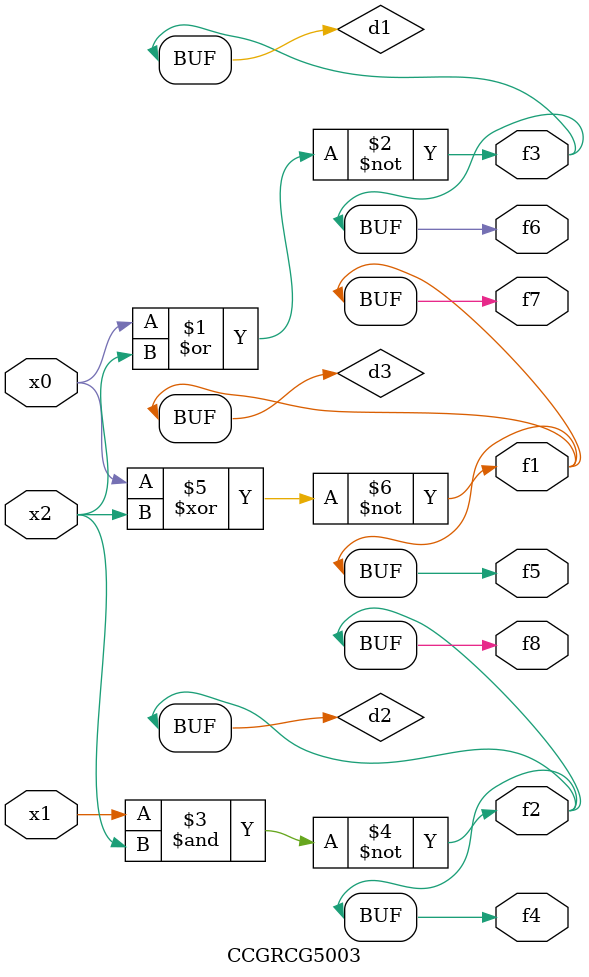
<source format=v>
module CCGRCG5003(
	input x0, x1, x2,
	output f1, f2, f3, f4, f5, f6, f7, f8
);

	wire d1, d2, d3;

	nor (d1, x0, x2);
	nand (d2, x1, x2);
	xnor (d3, x0, x2);
	assign f1 = d3;
	assign f2 = d2;
	assign f3 = d1;
	assign f4 = d2;
	assign f5 = d3;
	assign f6 = d1;
	assign f7 = d3;
	assign f8 = d2;
endmodule

</source>
